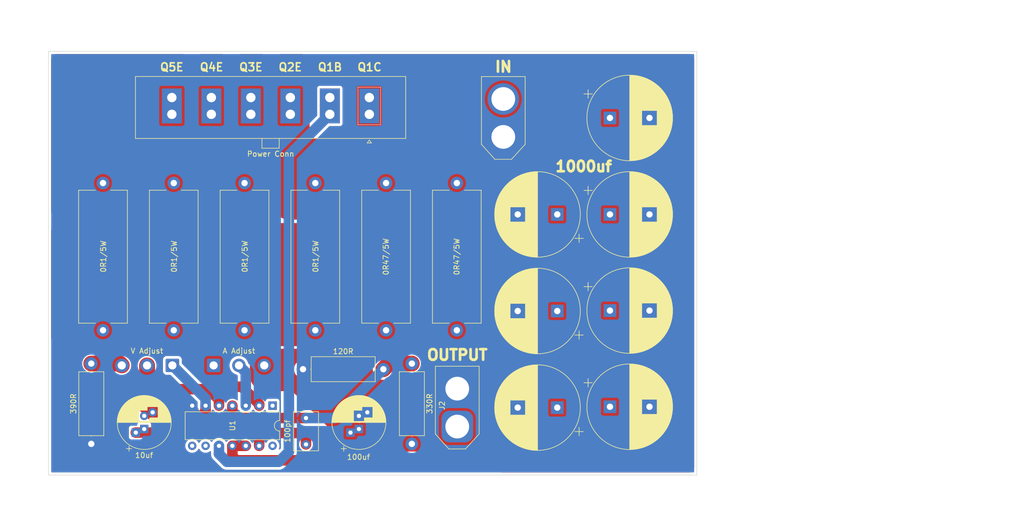
<source format=kicad_pcb>
(kicad_pcb (version 20211014) (generator pcbnew)
  (layers (0 "F.Cu" signal) (31 "B.Cu" signal) (34 "B.Paste" user) (35 "F.Paste" user) (36 "B.SilkS" user "B.Silkscreen") (37 "F.SilkS" user "F.Silkscreen") (38 "B.Mask" user) (39 "F.Mask" user) (44 "Edge.Cuts" user))
  (net 0 "")
  (net 1 "/Q1C")
  (net 2 "GND")
  (net 3 "/V_Adj")
  (net 4 "Net-(C6-Pad2)")
  (net 5 "Net-(C9-Pad1)")
  (net 6 "Net-(C9-Pad2)")
  (net 7 "/+")
  (net 8 "/Q1B")
  (net 9 "/Q2E")
  (net 10 "/Q3E")
  (net 11 "/Q4E")
  (net 12 "/Q5E")
  (net 13 "Net-(R1-Pad1)")
  (net 14 "/A_Adj")
  (net 15 "Net-(RV2-Pad2)")
  (footprint "Connector_AMASS:AMASS_XT60-M_1x02_P7.20mm_Vertical" (layer "F.Cu") (at 167.27 113.540164 90)
    (fp_text reference "J2" (at 3.990164 -2.87 90) (layer "F.SilkS"))
    (fp_text value "OUTPUT" (at 13.590164 0 180) (layer "F.SilkS") (effects (font (size 2 2) (thickness 0.5))))
    (pad "1" thru_hole roundrect locked (at 0 0 90) (size 6 6) (drill 4.5) (layers *.Cu *.Mask) (net 7 "/+"))
    (pad "2" thru_hole circle locked (at 7.2 0 90) (size 6 6) (drill 4.5) (layers *.Cu *.Mask) (net 2 "GND"))
  )
  (footprint "Connector_Wire:SolderWire-0.75sqmm_1x03_P4.8mm_D1.25mm_OD2.3mm" (layer "F.Cu") (at 113.25 101.93 180)
    (fp_text reference "V Adjust" (at 4.83 2.75) (layer "F.SilkS"))
    (fp_text value "5k")
    (pad "1" thru_hole roundrect locked (at 0 0 180) (size 2.55 2.55) (drill 1.55) (layers *.Cu *.Mask) (roundrect_rratio 0.098039) (net 3 "/V_Adj"))
    (pad "2" thru_hole circle locked (at 4.8 0 180) (size 2.55 2.55) (drill 1.55) (layers *.Cu *.Mask) (net 4 "Net-(C6-Pad2)"))
    (pad "3" thru_hole circle locked (at 9.6 0 180) (size 2.55 2.55) (drill 1.55) (layers *.Cu *.Mask) (net 13 "Net-(R1-Pad1)"))
  )
  (footprint "Resistor_THT:R_Axial_Power_L25.0mm_W9.0mm_P27.94mm" (layer "F.Cu") (at 126.930733 67.32 -90)
    (fp_text reference "R5" hide)
    (fp_text value "0R1/5W" (at 13.93 -0.073677 90) (layer "F.SilkS"))
    (pad "1" thru_hole circle locked (at 0 0 270) (size 2.4 2.4) (drill 1.2) (layers *.Cu *.Mask) (net 10 "/Q3E"))
    (pad "2" thru_hole oval locked (at 27.94 0 270) (size 2.4 2.4) (drill 1.2) (layers *.Cu *.Mask) (net 14 "/A_Adj"))
  )
  (footprint "Resistor_THT:R_Axial_Power_L25.0mm_W9.0mm_P27.94mm" (layer "F.Cu") (at 100.093155 67.32 -90)
    (fp_text reference "R7" hide)
    (fp_text value "0R1/5W" (at 13.93 -0.073677 90) (layer "F.SilkS"))
    (pad "1" thru_hole circle locked (at 0 0 270) (size 2.4 2.4) (drill 1.2) (layers *.Cu *.Mask) (net 12 "/Q5E"))
    (pad "2" thru_hole oval locked (at 27.94 0 270) (size 2.4 2.4) (drill 1.2) (layers *.Cu *.Mask) (net 14 "/A_Adj"))
  )
  (footprint "Capacitor_THT:CP_Radial_D16.0mm_P7.50mm" (layer "F.Cu") (at 186.237246 109.940164 180)
    (fp_text reference "C5" hide)
    (fp_text value "1000uf")
    (pad "1" thru_hole rect locked (at 0 0 180) (size 2.4 2.4) (drill 1.2) (layers *.Cu *.Mask) (net 1 "/Q1C"))
    (pad "2" thru_hole circle locked (at 7.5 0 180) (size 2.4 2.4) (drill 1.2) (layers *.Cu *.Mask) (net 2 "GND"))
  )
  (footprint "Resistor_THT:R_Axial_DIN0414_L11.9mm_D4.5mm_P15.24mm_Horizontal" (layer "F.Cu") (at 97.870679 101.584 -90)
    (fp_text reference "R1" hide)
    (fp_text value "390R" (at 7.62 3.37 90) (layer "F.SilkS"))
    (pad "1" thru_hole circle locked (at 0 0 270) (size 2.4 2.4) (drill 1.2) (layers *.Cu *.Mask) (net 13 "Net-(R1-Pad1)"))
    (pad "2" thru_hole oval locked (at 15.24 0 270) (size 2.4 2.4) (drill 1.2) (layers *.Cu *.Mask) (net 2 "GND"))
  )
  (footprint "Resistor_THT:R_Axial_Power_L25.0mm_W9.0mm_P27.94mm" (layer "F.Cu") (at 153.772896 95.26 90)
    (fp_text reference "R9" hide)
    (fp_text value "0R47/5W" (at 13.97 -0.018506 90) (layer "F.SilkS"))
    (pad "1" thru_hole circle locked (at 0 0 90) (size 2.4 2.4) (drill 1.2) (layers *.Cu *.Mask) (net 7 "/+"))
    (pad "2" thru_hole oval locked (at 27.94 0 90) (size 2.4 2.4) (drill 1.2) (layers *.Cu *.Mask) (net 14 "/A_Adj"))
  )
  (footprint "Capacitor_THT:C_Rect_L7.2mm_W4.5mm_P5.00mm_FKS2_FKP2_MKS2_MKP2" (layer "F.Cu") (at 138.584271 111.924 -90)
    (fp_text reference "C9" hide)
    (fp_text value "100pf" (at 2.5 3.5 90) (layer "F.SilkS"))
    (pad "1" thru_hole circle locked (at 0 0 270) (size 1.6 1.6) (drill 0.8) (layers *.Cu *.Mask) (net 5 "Net-(C9-Pad1)"))
    (pad "2" thru_hole circle locked (at 5 0 270) (size 1.6 1.6) (drill 0.8) (layers *.Cu *.Mask) (net 6 "Net-(C9-Pad2)"))
  )
  (footprint "Connector_Molex:Molex_Sabre_43160-0106_1x06_P7.49mm_Vertical" (layer "F.Cu") (at 150.59735 51.09 180)
    (fp_text reference "Power Conn" (at 18.72 -10.7) (layer "F.SilkS"))
    (fp_text value "Q_CONN")
    (pad "1" thru_hole rect locked (at 0 0 180) (size 3.78 3.43) (drill 1.78) (layers *.Cu *.Mask) (net 1 "/Q1C"))
    (pad "1" thru_hole rect locked (at 0 -3.18 180) (size 3.78 3.43) (drill 1.78) (layers *.Cu *.Mask) (net 1 "/Q1C"))
    (pad "2" thru_hole rect locked (at 7.49 -3.18 180) (size 3.78 3.43) (drill 1.78) (layers *.Cu *.Mask) (net 8 "/Q1B"))
    (pad "2" thru_hole rect locked (at 7.49 0 180) (size 3.78 3.43) (drill 1.78) (layers *.Cu *.Mask) (net 8 "/Q1B"))
    (pad "3" thru_hole rect locked (at 14.98 0 180) (size 3.78 3.43) (drill 1.78) (layers *.Cu *.Mask) (net 9 "/Q2E"))
    (pad "3" thru_hole rect locked (at 14.98 -3.18 180) (size 3.78 3.43) (drill 1.78) (layers *.Cu *.Mask) (net 9 "/Q2E"))
    (pad "4" thru_hole rect locked (at 22.47 0 180) (size 3.78 3.43) (drill 1.78) (layers *.Cu *.Mask) (net 10 "/Q3E"))
    (pad "4" thru_hole rect locked (at 22.47 -3.18 180) (size 3.78 3.43) (drill 1.78) (layers *.Cu *.Mask) (net 10 "/Q3E"))
    (pad "5" thru_hole rect locked (at 29.96 0 180) (size 3.78 3.43) (drill 1.78) (layers *.Cu *.Mask) (net 11 "/Q4E"))
    (pad "5" thru_hole rect locked (at 29.96 -3.18 180) (size 3.78 3.43) (drill 1.78) (layers *.Cu *.Mask) (net 11 "/Q4E"))
    (pad "6" thru_hole rect locked (at 37.45 0 180) (size 3.78 3.43) (drill 1.78) (layers *.Cu *.Mask) (net 12 "/Q5E"))
    (pad "6" thru_hole rect locked (at 37.45 -3.18 180) (size 3.78 3.43) (drill 1.78) (layers *.Cu *.Mask) (net 12 "/Q5E"))
  )
  (footprint "Connector_Wire:SolderWire-0.75sqmm_1x03_P4.8mm_D1.25mm_OD2.3mm" (layer "F.Cu") (at 121.07 101.93)
    (fp_text reference "A Adjust" (at 4.79 -2.75) (layer "F.SilkS"))
    (fp_text value "500R")
    (pad "1" thru_hole roundrect locked (at 0 0) (size 2.55 2.55) (drill 1.55) (layers *.Cu *.Mask) (roundrect_rratio 0.098039) (net 14 "/A_Adj"))
    (pad "2" thru_hole circle locked (at 4.8 0) (size 2.55 2.55) (drill 1.55) (layers *.Cu *.Mask) (net 15 "Net-(RV2-Pad2)"))
    (pad "3" thru_hole circle locked (at 9.6 0) (size 2.55 2.55) (drill 1.55) (layers *.Cu *.Mask) (net 7 "/+"))
  )
  (footprint "Resistor_THT:R_Axial_DIN0414_L11.9mm_D4.5mm_P15.24mm_Horizontal" (layer "F.Cu") (at 153.259321 102.65 180)
    (fp_text reference "R2" hide)
    (fp_text value "120R" (at 7.62 3.37) (layer "F.SilkS"))
    (pad "1" thru_hole circle locked (at 0 0 180) (size 2.4 2.4) (drill 1.2) (layers *.Cu *.Mask) (net 5 "Net-(C9-Pad1)"))
    (pad "2" thru_hole oval locked (at 15.24 0 180) (size 2.4 2.4) (drill 1.2) (layers *.Cu *.Mask) (net 2 "GND"))
  )
  (footprint "Capacitor_THT:CP_Radial_D16.0mm_P7.50mm" (layer "F.Cu") (at 196.224491 109.780164)
    (fp_text reference "C4" hide)
    (fp_text value "1000uf")
    (pad "1" thru_hole rect locked (at 0 0) (size 2.4 2.4) (drill 1.2) (layers *.Cu *.Mask) (net 1 "/Q1C"))
    (pad "2" thru_hole circle locked (at 7.5 0) (size 2.4 2.4) (drill 1.2) (layers *.Cu *.Mask) (net 2 "GND"))
  )
  (footprint "Capacitor_THT:CP_Radial_D16.0mm_P7.50mm" (layer "F.Cu") (at 186.237246 73.270164 180)
    (fp_text reference "C7" hide)
    (fp_text value "1000uf")
    (pad "1" thru_hole rect locked (at 0 0 180) (size 2.4 2.4) (drill 1.2) (layers *.Cu *.Mask) (net 1 "/Q1C"))
    (pad "2" thru_hole circle locked (at 7.5 0 180) (size 2.4 2.4) (drill 1.2) (layers *.Cu *.Mask) (net 2 "GND"))
  )
  (footprint "Capacitor_THT:CP_Radial_D10.0mm_P2.50mm_P5.00mm" (layer "F.Cu") (at 148.622135 114.009354 90)
    (fp_text reference "C10" hide)
    (fp_text value "100uf" (at -5.320646 -0.072135 180) (layer "F.SilkS"))
    (pad "1" thru_hole rect locked (at 0 0 90) (size 1.6 1.6) (drill 0.8) (layers *.Cu *.Mask) (net 7 "/+"))
    (pad "1" thru_hole rect locked (at -0.670937 -1.6 90) (size 1.6 1.6) (drill 0.8) (layers *.Cu *.Mask) (net 7 "/+"))
    (pad "2" thru_hole circle locked (at 2.5 0 90) (size 1.6 1.6) (drill 0.8) (layers *.Cu *.Mask) (net 2 "GND"))
    (pad "2" thru_hole circle locked (at 3.170937 1.6 90) (size 1.6 1.6) (drill 0.8) (layers *.Cu *.Mask) (net 2 "GND"))
  )
  (footprint "Capacitor_THT:CP_Radial_D16.0mm_P7.50mm" (layer "F.Cu") (at 196.224491 73.270164)
    (fp_text reference "C1" hide)
    (fp_text value "1000uf")
    (pad "1" thru_hole rect locked (at 0 0) (size 2.4 2.4) (drill 1.2) (layers *.Cu *.Mask) (net 1 "/Q1C"))
    (pad "2" thru_hole circle locked (at 7.5 0) (size 2.4 2.4) (drill 1.2) (layers *.Cu *.Mask) (net 2 "GND"))
  )
  (footprint "Resistor_THT:R_Axial_Power_L25.0mm_W9.0mm_P27.94mm" (layer "F.Cu") (at 167.191689 95.26 90)
    (fp_text reference "R8" hide)
    (fp_text value "0R47/5W" (at 13.97 -0.018506 90) (layer "F.SilkS"))
    (pad "1" thru_hole circle locked (at 0 0 90) (size 2.4 2.4) (drill 1.2) (layers *.Cu *.Mask) (net 7 "/+"))
    (pad "2" thru_hole oval locked (at 27.94 0 90) (size 2.4 2.4) (drill 1.2) (layers *.Cu *.Mask) (net 14 "/A_Adj"))
  )
  (footprint "Resistor_THT:R_Axial_DIN0414_L11.9mm_D4.5mm_P15.24mm_Horizontal" (layer "F.Cu") (at 158.66 116.824 90)
    (fp_text reference "R3" hide)
    (fp_text value "330R" (at 7.62 3.37 90) (layer "F.SilkS"))
    (pad "1" thru_hole circle locked (at 0 0 90) (size 2.4 2.4) (drill 1.2) (layers *.Cu *.Mask) (net 7 "/+"))
    (pad "2" thru_hole oval locked (at 15.24 0 90) (size 2.4 2.4) (drill 1.2) (layers *.Cu *.Mask) (net 5 "Net-(C9-Pad1)"))
  )
  (footprint "Connector_AMASS:AMASS_XT60-M_1x02_P7.20mm_Vertical" (layer "F.Cu") (at 176 58.56 90)
    (fp_text reference "J1" hide)
    (fp_text value "IN" (at 13.3 0.03 180) (layer "F.SilkS") (effects (font (size 2 2) (thickness 0.5))))
    (pad "1" thru_hole roundrect locked (at 0 0 90) (size 6 6) (drill 4.5) (layers *.Cu *.Mask) (net 2 "GND"))
    (pad "2" thru_hole circle locked (at 7.2 0 90) (size 6 6) (drill 4.5) (layers *.Cu *.Mask) (net 1 "/Q1C"))
  )
  (footprint "Capacitor_THT:CP_Radial_D16.0mm_P7.50mm" (layer "F.Cu") (at 186.237246 91.605164 180)
    (fp_text reference "C3" hide)
    (fp_text value "1000uf")
    (pad "1" thru_hole rect locked (at 0 0 180) (size 2.4 2.4) (drill 1.2) (layers *.Cu *.Mask) (net 1 "/Q1C"))
    (pad "2" thru_hole circle locked (at 7.5 0 180) (size 2.4 2.4) (drill 1.2) (layers *.Cu *.Mask) (net 2 "GND"))
  )
  (footprint "Resistor_THT:R_Axial_Power_L25.0mm_W9.0mm_P27.94mm" (layer "F.Cu") (at 113.511944 67.32 -90)
    (fp_text reference "R6" hide)
    (fp_text value "0R1/5W" (at 13.93 -0.073677 90) (layer "F.SilkS"))
    (pad "1" thru_hole circle locked (at 0 0 270) (size 2.4 2.4) (drill 1.2) (layers *.Cu *.Mask) (net 11 "/Q4E"))
    (pad "2" thru_hole oval locked (at 27.94 0 270) (size 2.4 2.4) (drill 1.2) (layers *.Cu *.Mask) (net 14 "/A_Adj"))
  )
  (footprint "Capacitor_THT:CP_Radial_D10.0mm_P2.50mm_P5.00mm" (layer "F.Cu") (at 107.908543 114.009354 90)
    (fp_text reference "C6" hide)
    (fp_text value "10uf" (at -4.980646 -0.018543 180) (layer "F.SilkS"))
    (pad "1" thru_hole rect locked (at -0.670937 -1.6 90) (size 1.6 1.6) (drill 0.8) (layers *.Cu *.Mask) (net 3 "/V_Adj"))
    (pad "1" thru_hole rect locked (at 0 0 90) (size 1.6 1.6) (drill 0.8) (layers *.Cu *.Mask) (net 3 "/V_Adj"))
    (pad "2" thru_hole circle locked (at 3.170937 1.6 90) (size 1.6 1.6) (drill 0.8) (layers *.Cu *.Mask) (net 4 "Net-(C6-Pad2)"))
    (pad "2" thru_hole circle locked (at 2.5 0 90) (size 1.6 1.6) (drill 0.8) (layers *.Cu *.Mask) (net 4 "Net-(C6-Pad2)"))
  )
  (footprint "Resistor_THT:R_Axial_Power_L25.0mm_W9.0mm_P27.94mm" (layer "F.Cu") (at 140.349522 67.32 -90)
    (fp_text reference "R4" hide)
    (fp_text value "0R1/5W" (at 13.93 -0.073677 90) (layer "F.SilkS"))
    (pad "1" thru_hole circle locked (at 0 0 270) (size 2.4 2.4) (drill 1.2) (layers *.Cu *.Mask) (net 9 "/Q2E"))
    (pad "2" thru_hole oval locked (at 27.94 0 270) (size 2.4 2.4) (drill 1.2) (layers *.Cu *.Mask) (net 14 "/A_Adj"))
  )
  (footprint "Capacitor_THT:CP_Radial_D16.0mm_P7.50mm" (layer "F.Cu") (at 196.224491 91.525164)
    (fp_text reference "C8" hide)
    (fp_text value "1000uf")
    (pad "1" thru_hole rect locked (at 0 0) (size 2.4 2.4) (drill 1.2) (layers *.Cu *.Mask) (net 1 "/Q1C"))
    (pad "2" thru_hole circle locked (at 7.5 0) (size 2.4 2.4) (drill 1.2) (layers *.Cu *.Mask) (net 2 "GND"))
  )
  (footprint "Capacitor_THT:CP_Radial_D16.0mm_P7.50mm" (layer "F.Cu") (at 196.224491 54.96)
    (fp_text reference "C2" hide)
    (fp_text value "1000uf" (at -4.974491 9.21) (layer "F.SilkS") (effects (font (size 2 2) (thickness 0.5))))
    (pad "1" thru_hole rect locked (at 0 0) (size 2.4 2.4) (drill 1.2) (layers *.Cu *.Mask) (net 1 "/Q1C"))
    (pad "2" thru_hole circle locked (at 7.5 0) (size 2.4 2.4) (drill 1.2) (layers *.Cu *.Mask) (net 2 "GND"))
  )
  (footprint "Package_DIP:DIP-14_W7.62mm" (layer "F.Cu") (at 132.246407 109.574 -90)
    (fp_text reference "U1" (at 3.796 7.596407 90) (layer "F.SilkS"))
    (fp_text value "LM723_DIP14")
    (pad "1" thru_hole rect locked (at 0 0 270) (size 1.6 1.6) (drill 0.8) (layers *.Cu *.Mask))
    (pad "2" thru_hole oval locked (at 0 2.54 270) (size 1.6 1.6) (drill 0.8) (layers *.Cu *.Mask) (net 14 "/A_Adj"))
    (pad "3" thru_hole oval locked (at 0 5.08 270) (size 1.6 1.6) (drill 0.8) (layers *.Cu *.Mask) (net 15 "Net-(RV2-Pad2)"))
    (pad "4" thru_hole oval locked (at 0 7.62 270) (size 1.6 1.6) (drill 0.8) (layers *.Cu *.Mask) (net 5 "Net-(C9-Pad1)"))
    (pad "5" thru_hole oval locked (at 0 10.16 270) (size 1.6 1.6) (drill 0.8) (layers *.Cu *.Mask) (net 4 "Net-(C6-Pad2)"))
    (pad "6" thru_hole oval locked (at 0 12.7 270) (size 1.6 1.6) (drill 0.8) (layers *.Cu *.Mask) (net 3 "/V_Adj"))
    (pad "7" thru_hole oval locked (at 0 15.24 270) (size 1.6 1.6) (drill 0.8) (layers *.Cu *.Mask) (net 2 "GND"))
    (pad "8" thru_hole oval locked (at 7.62 15.24 270) (size 1.6 1.6) (drill 0.8) (layers *.Cu *.Mask))
    (pad "9" thru_hole oval locked (at 7.62 12.7 270) (size 1.6 1.6) (drill 0.8) (layers *.Cu *.Mask))
    (pad "10" thru_hole oval locked (at 7.62 10.16 270) (size 1.6 1.6) (drill 0.8) (layers *.Cu *.Mask) (net 8 "/Q1B"))
    (pad "11" thru_hole oval locked (at 7.62 7.62 270) (size 1.6 1.6) (drill 0.8) (layers *.Cu *.Mask) (net 1 "/Q1C"))
    (pad "12" thru_hole oval locked (at 7.62 5.08 270) (size 1.6 1.6) (drill 0.8) (layers *.Cu *.Mask) (net 1 "/Q1C"))
    (pad "13" thru_hole oval locked (at 7.62 2.54 270) (size 1.6 1.6) (drill 0.8) (layers *.Cu *.Mask) (net 6 "Net-(C9-Pad2)"))
    (pad "14" thru_hole oval locked (at 7.62 0 270) (size 1.6 1.6) (drill 0.8) (layers *.Cu *.Mask))
  )
  (gr_rect (start 212.7 122.75) (end 89.76 42.33) (layer "Edge.Cuts") (width 0.1) (fill none))
  (gr_text "Q1C" (at 150.63 45.32) (layer "F.SilkS") (effects (font (size 1.5 1.5) (thickness 0.3))))
  (gr_text "Q2E" (at 135.6 45.32) (layer "F.SilkS") (effects (font (size 1.5 1.5) (thickness 0.3))))
  (gr_text "Q4E" (at 120.68 45.32) (layer "F.SilkS") (effects (font (size 1.5 1.5) (thickness 0.3))))
  (gr_text "Q3E" (at 128.14 45.32) (layer "F.SilkS") (effects (font (size 1.5 1.5) (thickness 0.3))))
  (gr_text "Q5E" (at 113.14 45.32) (layer "F.SilkS") (effects (font (size 1.5 1.5) (thickness 0.3))))
  (gr_text "Q1B" (at 143.13 45.32) (layer "F.SilkS") (effects (font (size 1.5 1.5) (thickness 0.3))))
  (segment (start 125.38 119.95) (end 186.054655 119.95) (width 2) (layer "F.Cu") (net 1))
  (segment (start 124.626407 119.196407) (end 125.38 119.95) (width 2) (layer "F.Cu") (net 1))
  (segment (start 127.166407 117.194) (end 124.626407 117.194) (width 2) (layer "F.Cu") (net 1))
  (segment (start 124.626407 117.194) (end 124.626407 119.196407) (width 2) (layer "F.Cu") (net 1))
  (segment (start 186.054655 119.95) (end 196.224491 109.780164) (width 2) (layer "F.Cu") (net 1))
  (segment (start 119.546407 109.574) (end 119.546407 110.70537) (width 2) (layer "F.Cu") (net 3))
  (segment (start 119.546407 110.70537) (end 115.571486 114.680291) (width 2) (layer "F.Cu") (net 3))
  (segment (start 115.571486 114.680291) (end 106.308543 114.680291) (width 2) (layer "F.Cu") (net 3))
  (segment (start 113.25 101.93) (end 119.546407 108.226407) (width 2) (layer "B.Cu") (net 3))
  (segment (start 119.546407 108.226407) (end 119.546407 109.574) (width 2) (layer "B.Cu") (net 3))
  (segment (start 108.45 101.93) (end 108.45 106.45) (width 3) (layer "F.Cu") (net 4))
  (segment (start 120.093777 106.45) (end 108.45 106.45) (width 2) (layer "F.Cu") (net 4))
  (segment (start 122.086407 109.574) (end 122.086407 108.44263) (width 2) (layer "F.Cu") (net 4))
  (segment (start 108.45 109.779874) (end 109.508543 110.838417) (width 3) (layer "F.Cu") (net 4))
  (segment (start 108.45 106.45) (end 108.45 109.779874) (width 3) (layer "F.Cu") (net 4))
  (segment (start 122.086407 108.44263) (end 120.093777 106.45) (width 2) (layer "F.Cu") (net 4))
  (segment (start 124.626407 109.574) (end 124.626407 110.70537) (width 2) (layer "F.Cu") (net 5))
  (segment (start 125.845037 111.924) (end 138.584271 111.924) (width 2) (layer "F.Cu") (net 5))
  (segment (start 158.66 101.584) (end 154.325321 101.584) (width 3) (layer "F.Cu") (net 5))
  (segment (start 124.626407 110.70537) (end 125.845037 111.924) (width 2) (layer "F.Cu") (net 5))
  (segment (start 154.325321 101.584) (end 153.259321 102.65) (width 3) (layer "F.Cu") (net 5))
  (segment (start 138.584271 111.924) (end 143.985321 111.924) (width 2) (layer "B.Cu") (net 5))
  (segment (start 143.985321 111.924) (end 153.259321 102.65) (width 2) (layer "B.Cu") (net 5))
  (segment (start 138.02 114.77) (end 138.584271 115.334271) (width 2) (layer "F.Cu") (net 6))
  (segment (start 130.61 114.77) (end 138.02 114.77) (width 2) (layer "F.Cu") (net 6))
  (segment (start 129.706407 117.194) (end 129.706407 115.673593) (width 2) (layer "F.Cu") (net 6))
  (segment (start 129.706407 115.673593) (end 130.61 114.77) (width 2) (layer "F.Cu") (net 6))
  (segment (start 138.584271 115.334271) (end 138.584271 116.924) (width 2) (layer "F.Cu") (net 6))
  (segment (start 122.086407 117.194) (end 122.086407 118.726407) (width 2) (layer "B.Cu") (net 8))
  (segment (start 135.34 118.31) (end 135.34 62.03735) (width 2) (layer "B.Cu") (net 8))
  (segment (start 135.34 62.03735) (end 143.10735 54.27) (width 2) (layer "B.Cu") (net 8))
  (segment (start 133.43 120.22) (end 135.34 118.31) (width 2) (layer "B.Cu") (net 8))
  (segment (start 122.086407 118.726407) (end 123.58 120.22) (width 2) (layer "B.Cu") (net 8))
  (segment (start 123.58 120.22) (end 133.43 120.22) (width 2) (layer "B.Cu") (net 8))
  (segment (start 97.870679 101.584) (end 103.304 101.584) (width 3) (layer "F.Cu") (net 13))
  (segment (start 103.304 101.584) (end 103.65 101.93) (width 3) (layer "F.Cu") (net 13))
  (segment (start 100.093155 95.26) (end 123.03 95.26) (width 6) (layer "F.Cu") (net 14))
  (segment (start 121.07 103) (end 121.07 101.93) (width 2) (layer "F.Cu") (net 14))
  (segment (start 140.349522 80.743374) (end 144.001448 77.091448) (width 6) (layer "F.Cu") (net 14))
  (segment (start 121.07 101.93) (end 121.07 97.22) (width 6) (layer "F.Cu") (net 14))
  (segment (start 143.182896 77.91) (end 137.37 77.91) (width 6) (layer "F.Cu") (net 14))
  (segment (start 144.001448 77.091448) (end 153.772896 67.32) (width 6) (layer "F.Cu") (net 14))
  (segment (start 123.03 95.26) (end 140.349522 95.26) (width 6) (layer "F.Cu") (net 14))
  (segment (start 129.706407 109.286263) (end 126.390144 105.97) (width 2) (layer "F.Cu") (net 14))
  (segment (start 144.001448 77.091448) (end 143.182896 77.91) (width 6) (layer "F.Cu") (net 14))
  (segment (start 153.772896 67.32) (end 167.191689 67.32) (width 6) (layer "F.Cu") (net 14))
  (segment (start 140.349522 95.26) (end 140.349522 80.743374) (width 6) (layer "F.Cu") (net 14))
  (segment (start 126.390144 105.97) (end 124.04 105.97) (width 2) (layer "F.Cu") (net 14))
  (segment (start 124.04 105.97) (end 121.07 103) (width 2) (layer "F.Cu") (net 14))
  (segment (start 129.706407 109.574) (end 129.706407 109.286263) (width 2) (layer "F.Cu") (net 14))
  (segment (start 121.07 97.22) (end 123.03 95.26) (width 6) (layer "F.Cu") (net 14))
  (segment (start 125.87 101.93) (end 127.166407 103.226407) (width 2) (layer "B.Cu") (net 15))
  (segment (start 127.166407 103.226407) (end 127.166407 109.574) (width 2) (layer "B.Cu") (net 15))
  (zone (net 14) (net_name "/A_Adj") (layer "F.Cu") (connect_pads yes (clearance 0.508)) (min_thickness 0.254) (fill yes (thermal_gap 0.508) (thermal_bridge_width 0.508) (smoothing fillet) (radius 3))
    (polygon (pts (xy 143.35 98.24) (xy 80.56 98.24) (xy 80.56 74.91) (xy 143.35 74.91)))
  )
  (zone (net 12) (net_name "/Q5E") (layer "F.Cu") (connect_pads yes (clearance 0.508)) (min_thickness 0.254) (fill yes (thermal_gap 0.508) (thermal_bridge_width 0.508) (smoothing fillet) (radius 3))
    (polygon (pts (xy 116.61 57.61) (xy 108.21 57.61) (xy 108.21 74.25) (xy 83.86 74.25) (xy 83.86 38.64) (xy 116.61 38.64)))
  )
  (zone (net 1) (net_name "/Q1C") (layer "F.Cu") (connect_pads yes (clearance 0.508)) (min_thickness 0.254) (fill yes (thermal_gap 0.508) (thermal_bridge_width 0.508) (smoothing fillet) (radius 3))
    (polygon (pts (xy 216.79 128.81) (xy 174.24 128.81) (xy 174.24 63.57) (xy 147.62 63.57) (xy 147.62 36.82) (xy 174.24 36.82) (xy 174.24 32.57) (xy 216.79 32.57)))
  )
  (zone (net 10) (net_name "/Q3E") (layer "F.Cu") (connect_pads yes (clearance 0.508)) (min_thickness 0.254) (fill yes (thermal_gap 0.508) (thermal_bridge_width 0.508) (smoothing fillet) (radius 3))
    (polygon (pts (xy 131.64 74.26) (xy 122.22 74.26) (xy 122.22 59.53) (xy 124.69 59.53) (xy 124.69 40.75) (xy 131.64 40.75)))
  )
  (zone (net 11) (net_name "/Q4E") (layer "F.Cu") (connect_pads yes (clearance 0.508)) (min_thickness 0.254) (fill yes (thermal_gap 0.508) (thermal_bridge_width 0.508) (smoothing fillet) (radius 3))
    (polygon (pts (xy 124.06 58.83) (xy 121.49 58.83) (xy 121.49 74.25) (xy 108.82 74.25) (xy 108.82 58.26) (xy 117.29 58.26) (xy 117.29 40.17) (xy 124.06 40.17)))
  )
  (zone (net 9) (net_name "/Q2E") (layer "F.Cu") (connect_pads yes (clearance 0.508)) (min_thickness 0.254) (fill yes (thermal_gap 0.508) (thermal_bridge_width 0.508) (smoothing fillet) (radius 3))
    (polygon (pts (xy 139.27 58.79) (xy 145.09 58.79) (xy 145.09 74.26) (xy 132.33 74.26) (xy 132.33 35.19) (xy 139.27 35.19)))
  )
  (zone (net 7) (net_name "/+") (layer "F.Cu") (connect_pads yes (clearance 0.508)) (min_thickness 0.254) (fill yes (thermal_gap 0.508) (thermal_bridge_width 0.508) (smoothing fillet) (radius 3))
    (polygon (pts (xy 141.6 71.19) (xy 173.54 71.19) (xy 173.54 118.28) (xy 147.49 118.28) (xy 147.49 118.36) (xy 135.94 106.81) (xy 127.94 106.81) (xy 127.94 98.54) (xy 141.6 98.54)))
  )
  (zone (net 2) (net_name "GND") (layer "B.Cu") (connect_pads yes (clearance 0.508)) (min_thickness 0.254) (fill yes (thermal_gap 0.508) (thermal_bridge_width 0.508))
    (polygon (pts (xy 218.94 39.01) (xy 274.75 128.58) (xy 83.61 129.95) (xy 86.82 35.15) (xy 214.54 32.76)))
  )
)
</source>
